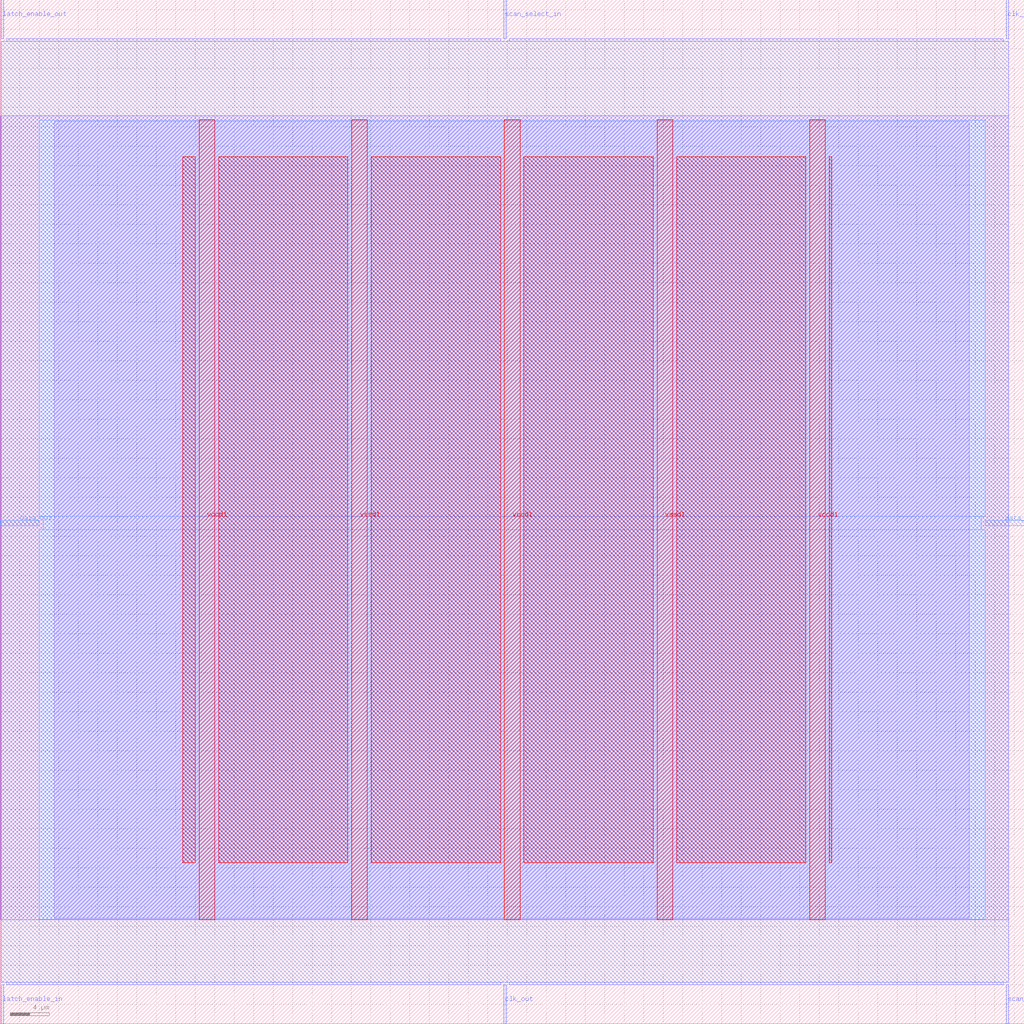
<source format=lef>
VERSION 5.7 ;
  NOWIREEXTENSIONATPIN ON ;
  DIVIDERCHAR "/" ;
  BUSBITCHARS "[]" ;
MACRO scan_wrapper_341193419111006803
  CLASS BLOCK ;
  FOREIGN scan_wrapper_341193419111006803 ;
  ORIGIN 0.000 0.000 ;
  SIZE 105.000 BY 105.000 ;
  PIN clk_in
    DIRECTION INPUT ;
    USE SIGNAL ;
    PORT
      LAYER met2 ;
        RECT 103.130 101.000 103.410 105.000 ;
    END
  END clk_in
  PIN clk_out
    DIRECTION OUTPUT TRISTATE ;
    USE SIGNAL ;
    PORT
      LAYER met2 ;
        RECT 51.610 0.000 51.890 4.000 ;
    END
  END clk_out
  PIN data_in
    DIRECTION INPUT ;
    USE SIGNAL ;
    PORT
      LAYER met3 ;
        RECT 101.000 51.040 105.000 51.640 ;
    END
  END data_in
  PIN data_out
    DIRECTION OUTPUT TRISTATE ;
    USE SIGNAL ;
    PORT
      LAYER met3 ;
        RECT 0.000 51.040 4.000 51.640 ;
    END
  END data_out
  PIN latch_enable_in
    DIRECTION INPUT ;
    USE SIGNAL ;
    PORT
      LAYER met2 ;
        RECT 0.090 0.000 0.370 4.000 ;
    END
  END latch_enable_in
  PIN latch_enable_out
    DIRECTION OUTPUT TRISTATE ;
    USE SIGNAL ;
    PORT
      LAYER met2 ;
        RECT 0.090 101.000 0.370 105.000 ;
    END
  END latch_enable_out
  PIN scan_select_in
    DIRECTION INPUT ;
    USE SIGNAL ;
    PORT
      LAYER met2 ;
        RECT 51.610 101.000 51.890 105.000 ;
    END
  END scan_select_in
  PIN scan_select_out
    DIRECTION OUTPUT TRISTATE ;
    USE SIGNAL ;
    PORT
      LAYER met2 ;
        RECT 103.130 0.000 103.410 4.000 ;
    END
  END scan_select_out
  PIN vccd1
    DIRECTION INPUT ;
    USE POWER ;
    PORT
      LAYER met4 ;
        RECT 20.380 10.640 21.980 92.720 ;
    END
    PORT
      LAYER met4 ;
        RECT 51.700 10.640 53.300 92.720 ;
    END
    PORT
      LAYER met4 ;
        RECT 83.020 10.640 84.620 92.720 ;
    END
  END vccd1
  PIN vssd1
    DIRECTION INPUT ;
    USE GROUND ;
    PORT
      LAYER met4 ;
        RECT 36.040 10.640 37.640 92.720 ;
    END
    PORT
      LAYER met4 ;
        RECT 67.360 10.640 68.960 92.720 ;
    END
  END vssd1
  OBS
      LAYER li1 ;
        RECT 5.520 10.795 99.360 92.565 ;
      LAYER met1 ;
        RECT 0.070 10.640 103.430 93.120 ;
      LAYER met2 ;
        RECT 0.650 100.720 51.330 101.000 ;
        RECT 52.170 100.720 102.850 101.000 ;
        RECT 0.100 4.280 103.400 100.720 ;
        RECT 0.650 4.000 51.330 4.280 ;
        RECT 52.170 4.000 102.850 4.280 ;
      LAYER met3 ;
        RECT 4.000 52.040 101.000 92.645 ;
        RECT 4.400 50.640 100.600 52.040 ;
        RECT 4.000 10.715 101.000 50.640 ;
      LAYER met4 ;
        RECT 18.695 16.495 19.980 88.905 ;
        RECT 22.380 16.495 35.640 88.905 ;
        RECT 38.040 16.495 51.300 88.905 ;
        RECT 53.700 16.495 66.960 88.905 ;
        RECT 69.360 16.495 82.620 88.905 ;
        RECT 85.020 16.495 85.265 88.905 ;
  END
END scan_wrapper_341193419111006803
END LIBRARY


</source>
